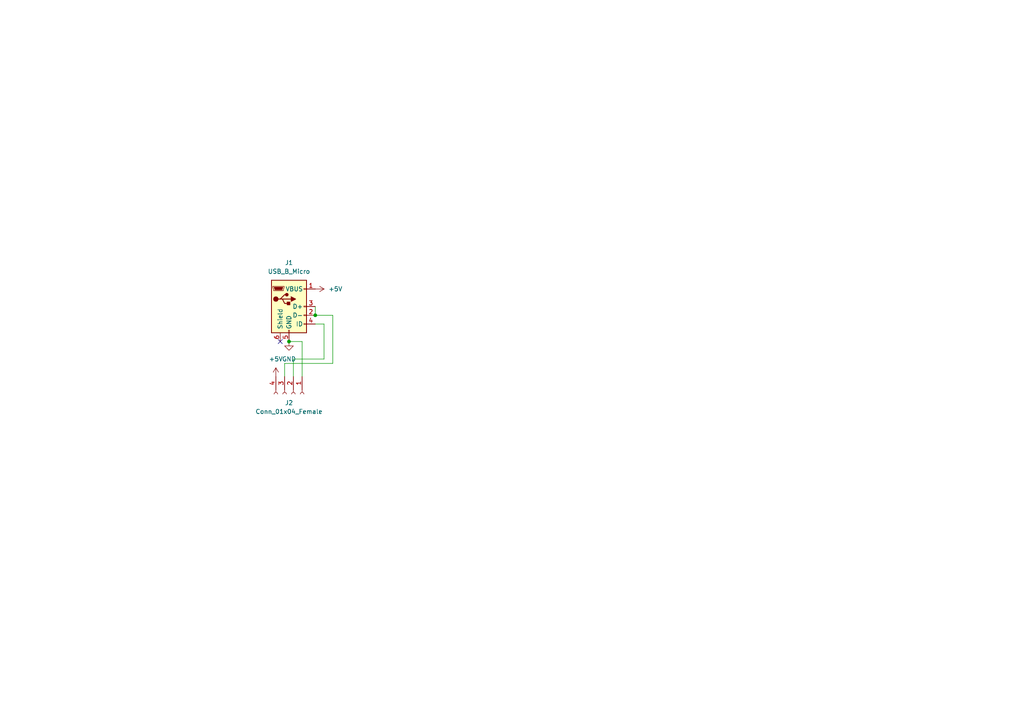
<source format=kicad_sch>
(kicad_sch (version 20211123) (generator eeschema)
  (paper "A4")
  (lib_symbols
    (symbol "Connector:Conn_01x04_Female" (pin_names (offset 1.016) hide)
      (property "Reference" "J" (at 0 5.08 0))
      (property "Value" "Conn_01x04_Female" (at 0 -7.62 0))
      (symbol "Conn_01x04_Female_1_1"
        (arc (start 0 -4.572) (mid -0.508 -5.08) (end 0 -5.588) (stroke (width 0.1524)))
        (arc (start 0 -2.032) (mid -0.508 -2.54) (end 0 -3.048) (stroke (width 0.1524)))
        (polyline (pts (xy -1.27 -5.08) (xy -0.508 -5.08)) (stroke (width 0.1524)))
        (polyline (pts (xy -1.27 -2.54) (xy -0.508 -2.54)) (stroke (width 0.1524)))
        (polyline (pts (xy -1.27 0) (xy -0.508 0)) (stroke (width 0.1524)))
        (polyline (pts (xy -1.27 2.54) (xy -0.508 2.54)) (stroke (width 0.1524)))
        (arc (start 0 0.508) (mid -0.508 0) (end 0 -0.508) (stroke (width 0.1524)))
        (arc (start 0 3.048) (mid -0.508 2.54) (end 0 2.032) (stroke (width 0.1524)))
        (pin passive line (at -5.08 2.54 0) (length 3.81) (name "Pin_1") (number "1"))
        (pin passive line (at -5.08 0 0) (length 3.81) (name "Pin_2") (number "2"))
        (pin passive line (at -5.08 -2.54 0) (length 3.81) (name "Pin_3") (number "3"))
        (pin passive line (at -5.08 -5.08 0) (length 3.81) (name "Pin_4") (number "4"))
      )
    )
    (symbol "Connector:USB_B_Micro" (pin_names (offset 1.016))
      (property "Reference" "J" (at -5.08 11.43 0))
      (property "Value" "USB_B_Micro" (at -5.08 8.89 0))
      (symbol "USB_B_Micro_0_1"
        (rectangle (start -5.08 -7.62) (end 5.08 7.62) (stroke (width 0.254)) (fill (type background)))
        (circle (center -3.81 2.159) (radius 0.635) (stroke (width 0.254)) (fill (type outline)))
        (circle (center -0.635 3.429) (radius 0.381) (stroke (width 0.254)) (fill (type outline)))
        (rectangle (start -0.127 -7.62) (end 0.127 -6.858))
        (polyline (pts (xy -1.905 2.159) (xy 0.635 2.159)) (stroke (width 0.254)))
        (polyline (pts (xy -3.175 2.159) (xy -2.54 2.159) (xy -1.27 3.429) (xy -0.635 3.429)) (stroke (width 0.254)))
        (polyline (pts (xy -2.54 2.159) (xy -1.905 2.159) (xy -1.27 0.889) (xy 0 0.889)) (stroke (width 0.254)))
        (polyline (pts (xy 0.635 2.794) (xy 0.635 1.524) (xy 1.905 2.159) (xy 0.635 2.794)) (stroke (width 0.254)) (fill (type outline)))
        (polyline (pts (xy -4.318 5.588) (xy -1.778 5.588) (xy -2.032 4.826) (xy -4.064 4.826) (xy -4.318 5.588)) (fill (type outline)))
        (polyline (pts (xy -4.699 5.842) (xy -4.699 5.588) (xy -4.445 4.826) (xy -4.445 4.572) (xy -1.651 4.572) (xy -1.651 4.826) (xy -1.397 5.588) (xy -1.397 5.842) (xy -4.699 5.842)))
        (rectangle (start 0.254 1.27) (end -0.508 0.508) (stroke (width 0.254)) (fill (type outline)))
        (rectangle (start 5.08 -5.207) (end 4.318 -4.953))
        (rectangle (start 5.08 -2.667) (end 4.318 -2.413))
        (rectangle (start 5.08 -0.127) (end 4.318 0.127))
        (rectangle (start 5.08 4.953) (end 4.318 5.207))
      )
      (symbol "USB_B_Micro_1_1"
        (pin power_out line (at 7.62 5.08 180) (length 2.54) (name "VBUS") (number "1"))
        (pin bidirectional line (at 7.62 -2.54 180) (length 2.54) (name "D-") (number "2"))
        (pin bidirectional line (at 7.62 0 180) (length 2.54) (name "D+") (number "3"))
        (pin passive line (at 7.62 -5.08 180) (length 2.54) (name "ID") (number "4"))
        (pin power_out line (at 0 -10.16 90) (length 2.54) (name "GND") (number "5"))
        (pin passive line (at -2.54 -10.16 90) (length 2.54) (name "Shield") (number "6"))
      )
    )
    (symbol "power:+5V" (power) (pin_names (offset 0))
      (property "Value" "+5V" (at 0 3.556 0))
      (symbol "+5V_0_1"
        (polyline (pts (xy -0.762 1.27) (xy 0 2.54)))
        (polyline (pts (xy 0 0) (xy 0 2.54)))
        (polyline (pts (xy 0 2.54) (xy 0.762 1.27)))
      )
      (symbol "+5V_1_1"
        (pin power_in line (at 0 0 90) (length 0) hide (name "+5V") (number "1"))
      )
    )
    (symbol "power:GND" (power) (pin_names (offset 0))
      (property "Value" "GND" (at 0 -3.81 0))
      (symbol "GND_0_1"
        (polyline (pts (xy 0 0) (xy 0 -1.27) (xy 1.27 -1.27) (xy 0 -2.54) (xy -1.27 -1.27) (xy 0 -1.27)))
      )
      (symbol "GND_1_1"
        (pin power_in line (at 0 0 270) (length 0) hide (name "GND") (number "1"))
      )
    )
  )
  (junction (at 91.44 91.44))
  (junction (at 83.82 99.06))
  (no_connect (at 81.28 99.06))
  (wire (pts (xy 96.52 91.44) (xy 91.44 91.44)))
  (wire (pts (xy 85.09 104.14) (xy 93.98 104.14)))
  (wire (pts (xy 85.09 104.14) (xy 85.09 109.22)))
  (wire (pts (xy 91.44 93.98) (xy 93.98 93.98)))
  (wire (pts (xy 87.63 109.22) (xy 87.63 99.06)))
  (wire (pts (xy 87.63 99.06) (xy 83.82 99.06)))
  (wire (pts (xy 93.98 93.98) (xy 93.98 104.14)))
  (wire (pts (xy 82.55 109.22) (xy 82.55 105.41)))
  (wire (pts (xy 91.44 88.9) (xy 91.44 91.44)))
  (wire (pts (xy 82.55 105.41) (xy 96.52 105.41)))
  (wire (pts (xy 96.52 105.41) (xy 96.52 91.44)))
  (symbol (lib_id "power:+5V") (at 91.44 83.82 270) (unit 1)
    (property "Reference" "#PWR0102" (effects hide))
    (property "Value" "+5V" (at 95.25 83.8199 90) (effects (justify left)))
  )
  (symbol (lib_id "Connector:Conn_01x04_Female") (at 85.09 114.3 270) (unit 1)
    (property "Reference" "J2" (at 83.82 116.84 90))
    (property "Value" "Conn_01x04_Female" (at 83.82 119.38 90))
    (property "Footprint" "Connector_JST:JST_SH_BM04B-SRSS-TB_1x04-1MP_P1.00mm_Vertical" (effects hide))
  )
  (symbol (lib_id "power:+5V") (at 80.01 109.22 0) (unit 1)
    (property "Reference" "#PWR0101" (effects hide))
    (property "Value" "+5V" (at 80.01 104.14 0))
  )
  (symbol (lib_id "power:GND") (at 83.82 99.06 0) (unit 1)
    (property "Reference" "#PWR01" (effects hide))
    (property "Value" "GND" (at 83.82 104.14 0))
  )
  (symbol (lib_id "Connector:USB_B_Micro") (at 83.82 88.9 0) (unit 1)
    (property "Reference" "J1" (at 83.82 76.2 0))
    (property "Value" "USB_B_Micro" (at 83.82 78.74 0))
    (property "Footprint" "Connector_USB:USB_Mini-B_Tensility_54-00023_Vertical" (effects hide))
  )
)
</source>
